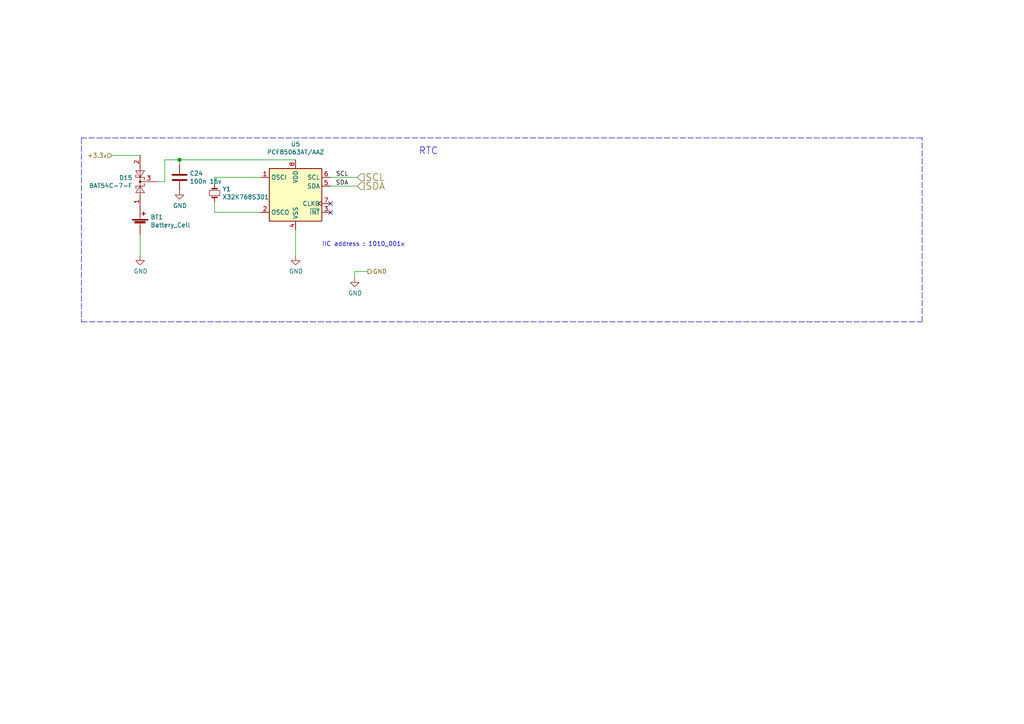
<source format=kicad_sch>
(kicad_sch (version 20210621) (generator eeschema)
  (paper "A4")
  (lib_symbols
    (symbol "Device:Battery_Cell" (pin_numbers hide) (pin_names (offset 0) hide)
      (property "Reference" "BT" (at 2.54 2.54 0))
      (property "Value" "Battery_Cell" (at 2.54 0 0))
      (symbol "Battery_Cell_0_1"
        (rectangle (start -2.286 1.778) (end 2.286 1.524) (fill (type outline)))
        (rectangle (start -1.5748 1.1938) (end 1.4732 0.6858) (fill (type outline)))
        (polyline (pts (xy 0 0.762) (xy 0 0)))
        (polyline (pts (xy 0 1.778) (xy 0 2.54)))
        (polyline (pts (xy 0.508 3.429) (xy 1.524 3.429)) (stroke (width 0.254)))
        (polyline (pts (xy 1.016 3.937) (xy 1.016 2.921)) (stroke (width 0.254)))
      )
      (symbol "Battery_Cell_1_1"
        (pin passive line (at 0 5.08 270) (length 2.54) (name "+") (number "1"))
        (pin passive line (at 0 -2.54 90) (length 2.54) (name "-") (number "2"))
      )
    )
    (symbol "Device:C" (pin_numbers hide) (pin_names (offset 0.254))
      (property "Reference" "C" (at 0.635 2.54 0))
      (property "Value" "C" (at 0.635 -2.54 0))
      (symbol "C_0_1"
        (polyline (pts (xy -2.032 -0.762) (xy 2.032 -0.762)) (stroke (width 0.508)))
        (polyline (pts (xy -2.032 0.762) (xy 2.032 0.762)) (stroke (width 0.508)))
      )
      (symbol "C_1_1"
        (pin passive line (at 0 3.81 270) (length 2.794) (name "~") (number "1"))
        (pin passive line (at 0 -3.81 90) (length 2.794) (name "~") (number "2"))
      )
    )
    (symbol "Device:Crystal_Small" (pin_numbers hide) (pin_names hide)
      (property "Reference" "Y" (at 0 2.54 0))
      (property "Value" "Crystal_Small" (at 0 -2.54 0))
      (symbol "Crystal_Small_0_1"
        (rectangle (start -0.762 -1.524) (end 0.762 1.524))
        (polyline (pts (xy -1.27 -0.762) (xy -1.27 0.762)) (stroke (width 0.381)))
        (polyline (pts (xy 1.27 -0.762) (xy 1.27 0.762)) (stroke (width 0.381)))
      )
      (symbol "Crystal_Small_1_1"
        (pin passive line (at -2.54 0 0) (length 1.27) (name "1") (number "1"))
        (pin passive line (at 2.54 0 180) (length 1.27) (name "2") (number "2"))
      )
    )
    (symbol "Diode:BAT54C"
      (property "Reference" "D" (at 0.635 -3.81 0))
      (property "Value" "BAT54C" (at -6.35 3.175 0))
      (symbol "BAT54C_0_1"
        (circle (center 0 0) (radius 0.254) (fill (type outline)))
        (polyline (pts (xy -1.905 0) (xy 1.905 0)))
        (polyline (pts (xy -1.905 1.27) (xy -1.905 1.016)))
        (polyline (pts (xy -1.27 -1.27) (xy -0.635 -1.27)))
        (polyline (pts (xy -1.27 0) (xy -3.81 0)))
        (polyline (pts (xy -1.27 1.27) (xy -1.905 1.27)))
        (polyline (pts (xy -1.27 1.27) (xy -1.27 -1.27)))
        (polyline (pts (xy -0.635 -1.27) (xy -0.635 -1.016)))
        (polyline (pts (xy 0.635 -1.27) (xy 0.635 -1.016)))
        (polyline (pts (xy 1.27 -1.27) (xy 0.635 -1.27)))
        (polyline (pts (xy 1.27 1.27) (xy 1.27 -1.27)))
        (polyline (pts (xy 1.27 1.27) (xy 1.905 1.27)))
        (polyline (pts (xy 1.905 1.27) (xy 1.905 1.016)))
        (polyline (pts (xy 3.81 0) (xy 1.27 0)))
        (polyline (pts (xy -3.175 -1.27) (xy -3.175 1.27) (xy -1.27 0) (xy -3.175 -1.27)))
        (polyline (pts (xy 3.175 -1.27) (xy 3.175 1.27) (xy 1.27 0) (xy 3.175 -1.27)))
      )
      (symbol "BAT54C_1_1"
        (pin passive line (at -7.62 0 0) (length 3.81) (name "~") (number "1"))
        (pin passive line (at 7.62 0 180) (length 3.81) (name "~") (number "2"))
        (pin passive line (at 0 -5.08 90) (length 5.08) (name "~") (number "3"))
      )
    )
    (symbol "Timer_RTC:PCF8563T"
      (property "Reference" "U" (at -7.62 8.89 0))
      (property "Value" "PCF8563T" (at 2.54 8.89 0))
      (symbol "PCF8563T_0_1"
        (rectangle (start -7.62 7.62) (end 7.62 -7.62) (stroke (width 0.254)) (fill (type background)))
      )
      (symbol "PCF8563T_1_1"
        (pin input line (at -10.16 5.08 0) (length 2.54) (name "OSCI") (number "1"))
        (pin output line (at -10.16 -5.08 0) (length 2.54) (name "OSCO") (number "2"))
        (pin output line (at 10.16 -5.08 180) (length 2.54) (name "~{INT}") (number "3"))
        (pin power_in line (at 0 -10.16 90) (length 2.54) (name "VSS") (number "4"))
        (pin bidirectional line (at 10.16 2.54 180) (length 2.54) (name "SDA") (number "5"))
        (pin input line (at 10.16 5.08 180) (length 2.54) (name "SCL") (number "6"))
        (pin output clock (at 10.16 -2.54 180) (length 2.54) (name "CLKO") (number "7"))
        (pin power_in line (at 0 10.16 270) (length 2.54) (name "VDD") (number "8"))
      )
    )
    (symbol "power:GND" (power) (pin_names (offset 0))
      (property "Value" "GND" (at 0 -3.81 0))
      (symbol "GND_0_1"
        (polyline (pts (xy 0 0) (xy 0 -1.27) (xy 1.27 -1.27) (xy 0 -2.54) (xy -1.27 -1.27) (xy 0 -1.27)))
      )
      (symbol "GND_1_1"
        (pin power_in line (at 0 0 270) (length 0) hide (name "GND") (number "1"))
      )
    )
  )
  (junction (at 52.07 46.355) (diameter 1.016))
  (no_connect (at 95.885 59.055))
  (no_connect (at 95.885 61.595))
  (wire (pts (xy 32.512 45.085) (xy 40.64 45.085)))
  (wire (pts (xy 40.64 74.295) (xy 40.64 67.945)))
  (wire (pts (xy 45.72 52.705) (xy 47.752 52.705)))
  (wire (pts (xy 47.752 46.355) (xy 52.07 46.355)))
  (wire (pts (xy 47.752 52.705) (xy 47.752 46.355)))
  (wire (pts (xy 52.07 46.355) (xy 52.07 47.6504)))
  (wire (pts (xy 52.07 46.355) (xy 85.725 46.355)))
  (wire (pts (xy 62.23 51.435) (xy 62.23 53.467)))
  (wire (pts (xy 62.23 51.435) (xy 75.565 51.435)))
  (wire (pts (xy 62.23 61.595) (xy 62.23 58.547)))
  (wire (pts (xy 75.565 61.595) (xy 62.23 61.595)))
  (wire (pts (xy 85.725 66.675) (xy 85.725 74.295)))
  (wire (pts (xy 102.87 78.74) (xy 102.87 80.645)))
  (wire (pts (xy 103.632 51.435) (xy 95.885 51.435)))
  (wire (pts (xy 103.632 53.975) (xy 95.885 53.975)))
  (wire (pts (xy 106.68 78.74) (xy 102.87 78.74)))
  (polyline (pts (xy 23.622 40.005) (xy 23.622 93.345)) (stroke (width 0) (type dash)))
  (polyline (pts (xy 23.622 93.345) (xy 267.462 93.345)) (stroke (width 0) (type dash)))
  (polyline (pts (xy 267.462 40.005) (xy 23.622 40.005)) (stroke (width 0) (type dash)))
  (polyline (pts (xy 267.462 93.345) (xy 267.462 40.005)) (stroke (width 0) (type dash)))
  (text "IIC address : 1010_001x" (at 93.3958 71.6788 0) (effects (font (size 1.27 1.27)) (justify left bottom)))
  (text "RTC" (at 121.412 45.085 0) (effects (font (size 2.0066 2.0066)) (justify left bottom)))
  (label "SCL" (at 101.092 51.435 180))
  (label "SDA" (at 101.092 53.975 180))
  (hierarchical_label "+3.3v" (shape input) (at 32.512 45.085 180))
  (hierarchical_label "SCL" (shape input) (at 103.632 51.435 0) (effects (font (size 2.0066 2.0066))))
  (hierarchical_label "SDA" (shape input) (at 103.632 53.975 0) (effects (font (size 2.0066 2.0066))))
  (hierarchical_label "GND" (shape output) (at 106.68 78.74 0))
  (symbol (lib_id "power:GND") (at 40.64 74.295 0) (unit 1)
    (property "Reference" "#PWR0140" (effects hide))
    (property "Value" "GND" (at 40.767 78.6892 0))
  )
  (symbol (lib_id "power:GND") (at 52.07 55.2704 0) (unit 1)
    (property "Reference" "#PWR0139" (effects hide))
    (property "Value" "GND" (at 52.197 59.6646 0))
  )
  (symbol (lib_id "power:GND") (at 85.725 74.295 0) (unit 1)
    (property "Reference" "#PWR0138" (effects hide))
    (property "Value" "GND" (at 85.852 78.6892 0))
  )
  (symbol (lib_id "power:GND") (at 102.87 80.645 0) (unit 1)
    (property "Reference" "#PWR0142" (effects hide))
    (property "Value" "GND" (at 102.997 85.0392 0))
  )
  (symbol (lib_id "Device:Crystal_Small") (at 62.23 56.007 90) (unit 1)
    (property "Reference" "Y1" (at 64.4652 54.864 90) (effects (justify right)))
    (property "Value" "X32K768S301" (at 64.4652 57.15 90) (effects (justify right)))
    (property "Footprint" "Crystal:Crystal_SMD_3215-2Pin_3.2x1.5mm" (effects hide))
    (property "Field6" "X32K768S301" (effects hide))
    (property "Field7" "AEL" (effects hide))
    (property "Part Description" "Crystal 32.768KHz 7pF 20pmm" (effects hide))
    (property "LCSC" "C479189" (effects hide))
  )
  (symbol (lib_id "Device:Battery_Cell") (at 40.64 65.405 0) (unit 1)
    (property "Reference" "BT1" (at 43.6372 62.9666 0) (effects (justify left)))
    (property "Value" "Battery_Cell" (at 43.6372 65.278 0) (effects (justify left)))
    (property "Footprint" "Battery:BatteryHolder_Keystone_3034_1x20mm" (effects hide))
    (property "Datasheet" "https://www.keyelco.com/userAssets/file/M65p9.pdf" (effects hide))
    (property "Field4" "Digikey" (effects hide))
    (property "Field5" "36-3034-ND" (effects hide))
    (property "Field6" "3034" (effects hide))
    (property "Field7" "Keystone" (effects hide))
    (property "Part Description" "	Battery Retainer Coin, 20.0mm 1 Cell SMD (SMT) Tab" (effects hide))
  )
  (symbol (lib_id "Device:C") (at 52.07 51.4604 0) (unit 1)
    (property "Reference" "C24" (at 54.991 50.292 0) (effects (justify left)))
    (property "Value" "100n 16v" (at 54.991 52.6034 0) (effects (justify left)))
    (property "Footprint" "Capacitor_SMD:C_0402_1005Metric" (effects hide))
    (property "Datasheet" "https://search.murata.co.jp/Ceramy/image/img/A01X/G101/ENG/GRM155R71C104KA88-01.pdf" (effects hide))
    (property "Field4" "Farnell" (effects hide))
    (property "Field5" "2611911" (effects hide))
    (property "Field6" "RM EMK105 B7104KV-F" (effects hide))
    (property "Field7" "TAIYO YUDEN EUROPE GMBH" (effects hide))
    (property "Part Description" "	0.1uF 10% 16V Ceramic Capacitor X7R 0402 (1005 Metric)" (effects hide))
    (property "Field8" "110091611" (effects hide))
    (property "LCSC" "C1525" (effects hide))
  )
  (symbol (lib_id "Diode:BAT54C") (at 40.64 52.705 90) (unit 1)
    (property "Reference" "D15" (at 38.4302 51.562 90) (effects (justify left)))
    (property "Value" "BAT54C-7-F" (at 38.4302 53.848 90) (effects (justify left)))
    (property "Footprint" "Package_TO_SOT_SMD:SOT-23" (effects hide))
    (property "Datasheet" "http://www.farnell.com/datasheets/2861240.pdf?_ga=2.129831176.54358802.1587372871-1787849031.1568210898&_gac=1.175311126.1587399424.EAIaIQobChMInOvF07P36AIVw7HtCh0NWwCeEAAYAyAAEgI0YfD_BwE" (effects hide))
    (property "Field4" "Farnell" (effects hide))
    (property "Field5" "2306010" (effects hide))
    (property "Field6" "BAT54C-7-F" (effects hide))
    (property "Field7" "Rohm" (effects hide))
    (property "Part Description" "Diode Array 1 Pair Common Cathode Schottky 30V 200mA (DC) Surface Mount TO-236-3, SC-59, SOT-23-3" (effects hide))
    (property "LCSC" "C37704" (effects hide))
  )
  (symbol (lib_id "Timer_RTC:PCF8563T") (at 85.725 56.515 0) (unit 1)
    (property "Reference" "U5" (at 85.725 41.8084 0))
    (property "Value" "PCF85063AT/AAZ" (at 85.725 44.1198 0))
    (property "Footprint" "Package_SO:SOIC-8_3.9x4.9mm_P1.27mm" (effects hide))
    (property "Datasheet" "https://www.nxp.com/docs/en/data-sheet/PCF85063A.pdf" (effects hide))
    (property "Field4" "Farnell" (effects hide))
    (property "Field5" "2890042" (effects hide))
    (property "Field7" "NXP" (effects hide))
    (property "Field6" "PCF85063AT/AAZ" (effects hide))
    (property "Part Description" "Real Time Clock (RTC) IC Clock/Calendar I²C, 2-Wire Serial 8-SOIC (0.154\", 3.90mm Width)" (effects hide))
    (property "LCSC" "C2157792" (effects hide))
  )
)
</source>
